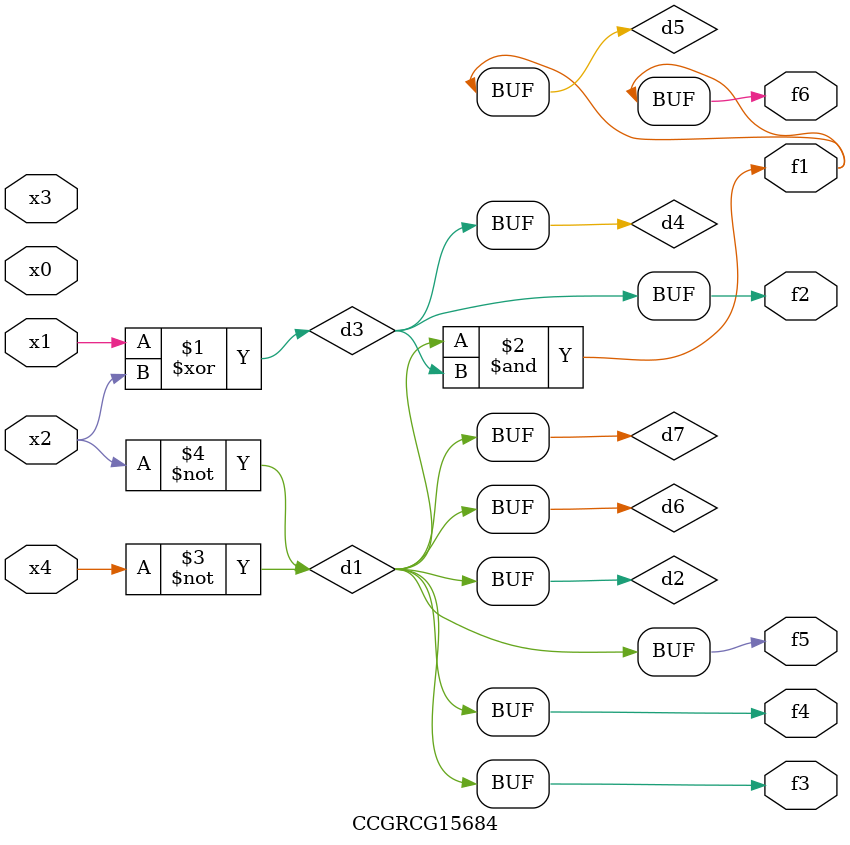
<source format=v>
module CCGRCG15684(
	input x0, x1, x2, x3, x4,
	output f1, f2, f3, f4, f5, f6
);

	wire d1, d2, d3, d4, d5, d6, d7;

	not (d1, x4);
	not (d2, x2);
	xor (d3, x1, x2);
	buf (d4, d3);
	and (d5, d1, d3);
	buf (d6, d1, d2);
	buf (d7, d2);
	assign f1 = d5;
	assign f2 = d4;
	assign f3 = d7;
	assign f4 = d7;
	assign f5 = d7;
	assign f6 = d5;
endmodule

</source>
